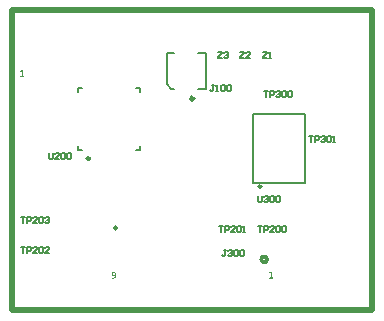
<source format=gto>
%FSLAX25Y25*%
%MOIN*%
G70*
G01*
G75*
%ADD10C,0.02000*%
%ADD11R,0.05118X0.04134*%
%ADD12R,0.02756X0.03150*%
%ADD13R,0.01000X0.01000*%
%ADD14R,0.01575X0.03347*%
%ADD15R,0.03937X0.04331*%
%ADD16C,0.05000*%
%ADD17R,0.03543X0.03543*%
%ADD18R,0.03937X0.03937*%
%ADD19R,0.11024X0.02756*%
%ADD20R,0.03937X0.07874*%
%ADD21R,0.03150X0.02362*%
%ADD22R,0.02362X0.03150*%
%ADD23R,0.01000X0.01000*%
%ADD24R,0.03150X0.02756*%
%ADD25R,0.01969X0.01969*%
%ADD26R,0.01969X0.03937*%
%ADD27R,0.02658X0.00984*%
%ADD28R,0.00984X0.02658*%
%ADD29R,0.05000X0.12500*%
%ADD30O,0.01181X0.02559*%
%ADD31O,0.02559X0.01181*%
%ADD32R,0.14961X0.14961*%
%ADD33C,0.04000*%
%ADD34C,0.01200*%
%ADD35C,0.00500*%
%ADD36C,0.01000*%
%ADD37C,0.00800*%
%ADD38R,0.04500X0.04000*%
%ADD39R,0.05000X0.04000*%
%ADD40R,0.03000X0.05000*%
%ADD41R,0.06000X0.03000*%
%ADD42R,0.09000X0.04000*%
%ADD43R,0.04000X0.01000*%
%ADD44R,0.01000X0.04000*%
%ADD45R,0.03543X0.02598*%
%ADD46C,0.12000*%
%ADD47C,0.06000*%
%ADD48C,0.01600*%
%ADD49C,0.02000*%
%ADD50C,0.02598*%
%ADD51C,0.10000*%
%ADD52C,0.08000*%
%ADD53C,0.00984*%
%ADD54C,0.00591*%
%ADD55C,0.00787*%
G36*
X33938Y12847D02*
X33961D01*
X33987Y12844D01*
X34046Y12830D01*
X34118Y12814D01*
X34191Y12785D01*
X34269Y12748D01*
X34305Y12722D01*
X34341Y12696D01*
X34345Y12693D01*
X34351Y12689D01*
X34361Y12679D01*
X34374Y12666D01*
X34391Y12650D01*
X34407Y12634D01*
X34427Y12611D01*
X34450Y12584D01*
X34473Y12552D01*
X34496Y12519D01*
X34519Y12483D01*
X34541Y12443D01*
X34587Y12355D01*
X34624Y12253D01*
Y12250D01*
X34627Y12240D01*
X34633Y12224D01*
X34637Y12204D01*
X34646Y12178D01*
X34653Y12145D01*
X34660Y12109D01*
X34669Y12069D01*
X34679Y12027D01*
X34686Y11978D01*
X34702Y11876D01*
X34712Y11768D01*
X34715Y11650D01*
Y11643D01*
Y11627D01*
X34712Y11597D01*
X34709Y11561D01*
X34702Y11515D01*
X34692Y11466D01*
X34679Y11407D01*
X34663Y11345D01*
X34643Y11276D01*
X34614Y11207D01*
X34581Y11138D01*
X34541Y11066D01*
X34492Y10994D01*
X34440Y10925D01*
X34374Y10859D01*
X34302Y10797D01*
X34299Y10793D01*
X34289Y10787D01*
X34269Y10774D01*
X34246Y10757D01*
X34217Y10741D01*
X34181Y10718D01*
X34141Y10698D01*
X34095Y10675D01*
X34046Y10652D01*
X33990Y10629D01*
X33935Y10607D01*
X33872Y10590D01*
X33810Y10574D01*
X33741Y10561D01*
X33676Y10554D01*
X33603Y10551D01*
X33567D01*
X33531Y10554D01*
X33485Y10561D01*
X33433Y10571D01*
X33377Y10587D01*
X33325Y10607D01*
X33279Y10633D01*
X33275Y10636D01*
X33266Y10643D01*
X33256Y10656D01*
X33243Y10672D01*
X33226Y10692D01*
X33216Y10718D01*
X33207Y10748D01*
X33203Y10780D01*
Y10784D01*
Y10793D01*
X33207Y10807D01*
X33210Y10823D01*
X33216Y10843D01*
X33223Y10866D01*
X33236Y10885D01*
X33253Y10905D01*
X33256Y10908D01*
X33262Y10915D01*
X33272Y10921D01*
X33285Y10931D01*
X33305Y10941D01*
X33325Y10951D01*
X33348Y10954D01*
X33374Y10958D01*
X33380D01*
X33400Y10954D01*
X33430Y10948D01*
X33466Y10931D01*
X33469D01*
X33479Y10925D01*
X33492Y10921D01*
X33508Y10915D01*
X33528Y10908D01*
X33554Y10905D01*
X33607Y10898D01*
X33633D01*
X33653Y10902D01*
X33676Y10905D01*
X33702Y10908D01*
X33731Y10915D01*
X33764Y10921D01*
X33840Y10941D01*
X33922Y10974D01*
X33964Y10994D01*
X34004Y11017D01*
X34046Y11046D01*
X34089Y11076D01*
X34092Y11079D01*
X34099Y11085D01*
X34109Y11095D01*
X34125Y11108D01*
X34141Y11125D01*
X34161Y11148D01*
X34184Y11171D01*
X34207Y11197D01*
X34256Y11263D01*
X34302Y11338D01*
X34338Y11423D01*
X34355Y11469D01*
X34368Y11515D01*
X34361Y11512D01*
X34345Y11495D01*
X34322Y11476D01*
X34289Y11453D01*
X34250Y11427D01*
X34210Y11400D01*
X34168Y11374D01*
X34125Y11354D01*
X34122Y11351D01*
X34105Y11348D01*
X34086Y11341D01*
X34056Y11331D01*
X34023Y11322D01*
X33984Y11315D01*
X33941Y11312D01*
X33899Y11309D01*
X33872D01*
X33853Y11312D01*
X33827Y11315D01*
X33797Y11322D01*
X33767Y11328D01*
X33731Y11338D01*
X33656Y11364D01*
X33613Y11381D01*
X33571Y11404D01*
X33531Y11430D01*
X33489Y11459D01*
X33446Y11492D01*
X33407Y11531D01*
X33403Y11535D01*
X33397Y11541D01*
X33387Y11554D01*
X33374Y11571D01*
X33357Y11594D01*
X33341Y11620D01*
X33321Y11650D01*
X33305Y11686D01*
X33285Y11722D01*
X33266Y11764D01*
X33249Y11810D01*
X33233Y11859D01*
X33220Y11912D01*
X33210Y11968D01*
X33203Y12024D01*
X33200Y12086D01*
Y12089D01*
Y12099D01*
Y12112D01*
X33203Y12128D01*
Y12151D01*
X33207Y12178D01*
X33213Y12211D01*
X33216Y12243D01*
X33236Y12315D01*
X33259Y12394D01*
X33295Y12476D01*
X33315Y12519D01*
X33341Y12558D01*
X33344Y12561D01*
X33351Y12571D01*
X33361Y12584D01*
X33377Y12604D01*
X33397Y12627D01*
X33423Y12650D01*
X33453Y12676D01*
X33485Y12706D01*
X33521Y12732D01*
X33564Y12758D01*
X33610Y12781D01*
X33659Y12804D01*
X33712Y12824D01*
X33767Y12837D01*
X33830Y12847D01*
X33895Y12850D01*
X33922D01*
X33938Y12847D01*
D02*
G37*
G36*
X86535Y10948D02*
X86905D01*
X86928Y10944D01*
X86958Y10941D01*
X86987Y10935D01*
X87017Y10928D01*
X87043Y10915D01*
X87066Y10898D01*
X87069Y10895D01*
X87076Y10889D01*
X87083Y10879D01*
X87096Y10866D01*
X87106Y10846D01*
X87112Y10823D01*
X87119Y10800D01*
X87122Y10771D01*
Y10767D01*
Y10757D01*
X87119Y10744D01*
X87115Y10725D01*
X87109Y10705D01*
X87099Y10685D01*
X87086Y10666D01*
X87066Y10646D01*
X87063Y10643D01*
X87056Y10639D01*
X87043Y10633D01*
X87024Y10623D01*
X87001Y10613D01*
X86968Y10607D01*
X86932Y10603D01*
X86886Y10600D01*
X85817D01*
X85794Y10603D01*
X85764Y10607D01*
X85705Y10620D01*
X85675Y10629D01*
X85653Y10646D01*
X85649Y10649D01*
X85646Y10656D01*
X85636Y10666D01*
X85626Y10682D01*
X85616Y10698D01*
X85610Y10721D01*
X85603Y10744D01*
X85600Y10774D01*
Y10777D01*
Y10787D01*
X85603Y10800D01*
X85607Y10820D01*
X85613Y10839D01*
X85623Y10859D01*
X85636Y10879D01*
X85653Y10898D01*
X85656Y10902D01*
X85662Y10905D01*
X85675Y10915D01*
X85695Y10925D01*
X85721Y10931D01*
X85751Y10941D01*
X85790Y10944D01*
X85836Y10948D01*
X86187D01*
Y12397D01*
X85875Y12315D01*
X85872D01*
X85862Y12312D01*
X85849Y12309D01*
X85833Y12306D01*
X85797Y12299D01*
X85780Y12296D01*
X85754D01*
X85741Y12299D01*
X85725Y12302D01*
X85708Y12309D01*
X85689Y12319D01*
X85669Y12332D01*
X85649Y12348D01*
X85646Y12352D01*
X85643Y12358D01*
X85636Y12368D01*
X85626Y12384D01*
X85616Y12404D01*
X85610Y12424D01*
X85607Y12450D01*
X85603Y12476D01*
Y12479D01*
Y12489D01*
X85607Y12499D01*
Y12516D01*
X85616Y12552D01*
X85636Y12584D01*
X85639Y12588D01*
X85643Y12591D01*
X85653Y12597D01*
X85669Y12607D01*
X85689Y12620D01*
X85715Y12630D01*
X85748Y12643D01*
X85787Y12657D01*
X86535Y12850D01*
Y10948D01*
D02*
G37*
G36*
X3535Y78248D02*
X3905D01*
X3928Y78244D01*
X3958Y78241D01*
X3987Y78235D01*
X4017Y78228D01*
X4043Y78215D01*
X4066Y78198D01*
X4069Y78195D01*
X4076Y78189D01*
X4083Y78179D01*
X4096Y78166D01*
X4106Y78146D01*
X4112Y78123D01*
X4119Y78100D01*
X4122Y78071D01*
Y78067D01*
Y78057D01*
X4119Y78044D01*
X4115Y78025D01*
X4109Y78005D01*
X4099Y77985D01*
X4086Y77966D01*
X4066Y77946D01*
X4063Y77943D01*
X4056Y77939D01*
X4043Y77933D01*
X4024Y77923D01*
X4001Y77913D01*
X3968Y77907D01*
X3932Y77903D01*
X3886Y77900D01*
X2816D01*
X2794Y77903D01*
X2764Y77907D01*
X2705Y77920D01*
X2675Y77930D01*
X2653Y77946D01*
X2649Y77949D01*
X2646Y77956D01*
X2636Y77966D01*
X2626Y77982D01*
X2616Y77998D01*
X2610Y78021D01*
X2603Y78044D01*
X2600Y78074D01*
Y78077D01*
Y78087D01*
X2603Y78100D01*
X2607Y78120D01*
X2613Y78139D01*
X2623Y78159D01*
X2636Y78179D01*
X2653Y78198D01*
X2656Y78202D01*
X2662Y78205D01*
X2675Y78215D01*
X2695Y78225D01*
X2721Y78231D01*
X2751Y78241D01*
X2790Y78244D01*
X2836Y78248D01*
X3187D01*
Y79697D01*
X2875Y79615D01*
X2872D01*
X2862Y79612D01*
X2849Y79609D01*
X2833Y79606D01*
X2797Y79599D01*
X2780Y79596D01*
X2754D01*
X2741Y79599D01*
X2725Y79602D01*
X2708Y79609D01*
X2689Y79619D01*
X2669Y79632D01*
X2649Y79648D01*
X2646Y79651D01*
X2643Y79658D01*
X2636Y79668D01*
X2626Y79684D01*
X2616Y79704D01*
X2610Y79724D01*
X2607Y79750D01*
X2603Y79776D01*
Y79779D01*
Y79789D01*
X2607Y79799D01*
Y79816D01*
X2616Y79852D01*
X2636Y79884D01*
X2639Y79888D01*
X2643Y79891D01*
X2653Y79897D01*
X2669Y79907D01*
X2689Y79921D01*
X2715Y79930D01*
X2748Y79943D01*
X2787Y79957D01*
X3535Y80150D01*
Y78248D01*
D02*
G37*
%LPC*%
G36*
X33902Y12502D02*
X33895D01*
X33879Y12499D01*
X33849Y12496D01*
X33817Y12489D01*
X33774Y12473D01*
X33735Y12453D01*
X33692Y12427D01*
X33649Y12388D01*
X33646Y12381D01*
X33633Y12368D01*
X33617Y12342D01*
X33600Y12309D01*
X33580Y12266D01*
X33564Y12214D01*
X33551Y12155D01*
X33548Y12089D01*
Y12086D01*
Y12079D01*
Y12069D01*
X33551Y12056D01*
X33554Y12020D01*
X33561Y11978D01*
X33574Y11928D01*
X33590Y11876D01*
X33617Y11823D01*
X33649Y11774D01*
X33653Y11768D01*
X33669Y11755D01*
X33689Y11738D01*
X33718Y11715D01*
X33754Y11692D01*
X33794Y11676D01*
X33840Y11663D01*
X33889Y11656D01*
X33899D01*
X33912Y11659D01*
X33928Y11663D01*
X33951Y11669D01*
X33974Y11679D01*
X34000Y11689D01*
X34030Y11705D01*
X34063Y11728D01*
X34099Y11755D01*
X34135Y11787D01*
X34171Y11827D01*
X34207Y11873D01*
X34243Y11925D01*
X34282Y11987D01*
X34319Y12060D01*
Y12063D01*
X34315Y12069D01*
X34312Y12083D01*
X34309Y12099D01*
X34302Y12119D01*
X34295Y12142D01*
X34276Y12191D01*
X34253Y12250D01*
X34223Y12306D01*
X34191Y12358D01*
X34151Y12401D01*
X34148Y12404D01*
X34132Y12417D01*
X34109Y12433D01*
X34079Y12453D01*
X34043Y12470D01*
X34000Y12486D01*
X33954Y12499D01*
X33902Y12502D01*
D02*
G37*
%LPD*%
D10*
X120000Y0D02*
Y100000D01*
X0D02*
X120000D01*
X0Y0D02*
Y100000D01*
Y0D02*
X120000D01*
D34*
X60500Y70600D02*
G03*
X60500Y70600I-500J0D01*
G01*
X85000Y17000D02*
G03*
X85000Y17000I-1000J0D01*
G01*
D35*
X52900Y73900D02*
X54000D01*
X62000D02*
X64500D01*
X51500Y85900D02*
X54000D01*
X62000D02*
X64500D01*
Y73900D02*
Y85900D01*
X51500Y75300D02*
X52900Y73900D01*
X51500Y75300D02*
Y85900D01*
X67333Y74999D02*
X66666D01*
X67000D01*
Y73333D01*
X66666Y73000D01*
X66333D01*
X66000Y73333D01*
X67999Y73000D02*
X68666D01*
X68333D01*
Y74999D01*
X67999Y74666D01*
X69665D02*
X69999Y74999D01*
X70665D01*
X70998Y74666D01*
Y73333D01*
X70665Y73000D01*
X69999D01*
X69665Y73333D01*
Y74666D01*
X71665D02*
X71998Y74999D01*
X72664D01*
X72998Y74666D01*
Y73333D01*
X72664Y73000D01*
X71998D01*
X71665Y73333D01*
Y74666D01*
X71333Y19999D02*
X70666D01*
X71000D01*
Y18333D01*
X70666Y18000D01*
X70333D01*
X70000Y18333D01*
X71999Y19666D02*
X72333Y19999D01*
X72999D01*
X73332Y19666D01*
Y19333D01*
X72999Y19000D01*
X72666D01*
X72999D01*
X73332Y18666D01*
Y18333D01*
X72999Y18000D01*
X72333D01*
X71999Y18333D01*
X73999Y19666D02*
X74332Y19999D01*
X74998D01*
X75332Y19666D01*
Y18333D01*
X74998Y18000D01*
X74332D01*
X73999Y18333D01*
Y19666D01*
X75998D02*
X76331Y19999D01*
X76998D01*
X77331Y19666D01*
Y18333D01*
X76998Y18000D01*
X76331D01*
X75998Y18333D01*
Y19666D01*
X82100Y38099D02*
Y36433D01*
X82433Y36100D01*
X83100D01*
X83433Y36433D01*
Y38099D01*
X84099Y37766D02*
X84433Y38099D01*
X85099D01*
X85432Y37766D01*
Y37433D01*
X85099Y37100D01*
X84766D01*
X85099D01*
X85432Y36766D01*
Y36433D01*
X85099Y36100D01*
X84433D01*
X84099Y36433D01*
X86099Y37766D02*
X86432Y38099D01*
X87098D01*
X87432Y37766D01*
Y36433D01*
X87098Y36100D01*
X86432D01*
X86099Y36433D01*
Y37766D01*
X88098D02*
X88431Y38099D01*
X89098D01*
X89431Y37766D01*
Y36433D01*
X89098Y36100D01*
X88431D01*
X88098Y36433D01*
Y37766D01*
X99000Y57999D02*
X100333D01*
X99666D01*
Y56000D01*
X100999D02*
Y57999D01*
X101999D01*
X102332Y57666D01*
Y57000D01*
X101999Y56666D01*
X100999D01*
X102999Y57666D02*
X103332Y57999D01*
X103998D01*
X104332Y57666D01*
Y57333D01*
X103998Y57000D01*
X103665D01*
X103998D01*
X104332Y56666D01*
Y56333D01*
X103998Y56000D01*
X103332D01*
X102999Y56333D01*
X104998Y57666D02*
X105331Y57999D01*
X105998D01*
X106331Y57666D01*
Y56333D01*
X105998Y56000D01*
X105331D01*
X104998Y56333D01*
Y57666D01*
X106997Y56000D02*
X107664D01*
X107331D01*
Y57999D01*
X106997Y57666D01*
X84000Y72999D02*
X85333D01*
X84666D01*
Y71000D01*
X85999D02*
Y72999D01*
X86999D01*
X87332Y72666D01*
Y72000D01*
X86999Y71666D01*
X85999D01*
X87999Y72666D02*
X88332Y72999D01*
X88998D01*
X89332Y72666D01*
Y72333D01*
X88998Y72000D01*
X88665D01*
X88998D01*
X89332Y71666D01*
Y71333D01*
X88998Y71000D01*
X88332D01*
X87999Y71333D01*
X89998Y72666D02*
X90331Y72999D01*
X90998D01*
X91331Y72666D01*
Y71333D01*
X90998Y71000D01*
X90331D01*
X89998Y71333D01*
Y72666D01*
X91997D02*
X92331Y72999D01*
X92997D01*
X93330Y72666D01*
Y71333D01*
X92997Y71000D01*
X92331D01*
X91997Y71333D01*
Y72666D01*
X12300Y52399D02*
Y50733D01*
X12633Y50400D01*
X13300D01*
X13633Y50733D01*
Y52399D01*
X15632Y50400D02*
X14299D01*
X15632Y51733D01*
Y52066D01*
X15299Y52399D01*
X14633D01*
X14299Y52066D01*
X16299D02*
X16632Y52399D01*
X17298D01*
X17632Y52066D01*
Y50733D01*
X17298Y50400D01*
X16632D01*
X16299Y50733D01*
Y52066D01*
X18298D02*
X18631Y52399D01*
X19298D01*
X19631Y52066D01*
Y50733D01*
X19298Y50400D01*
X18631D01*
X18298Y50733D01*
Y52066D01*
X83500Y85999D02*
X84833D01*
Y85666D01*
X83500Y84333D01*
Y84000D01*
X84833D01*
X85499D02*
X86166D01*
X85833D01*
Y85999D01*
X85499Y85666D01*
X76000Y85999D02*
X77333D01*
Y85666D01*
X76000Y84333D01*
Y84000D01*
X77333D01*
X79332D02*
X77999D01*
X79332Y85333D01*
Y85666D01*
X78999Y85999D01*
X78333D01*
X77999Y85666D01*
X68500Y85999D02*
X69833D01*
Y85666D01*
X68500Y84333D01*
Y84000D01*
X69833D01*
X70499Y85666D02*
X70833Y85999D01*
X71499D01*
X71832Y85666D01*
Y85333D01*
X71499Y85000D01*
X71166D01*
X71499D01*
X71832Y84666D01*
Y84333D01*
X71499Y84000D01*
X70833D01*
X70499Y84333D01*
X82000Y27999D02*
X83333D01*
X82666D01*
Y26000D01*
X83999D02*
Y27999D01*
X84999D01*
X85332Y27666D01*
Y27000D01*
X84999Y26666D01*
X83999D01*
X87332Y26000D02*
X85999D01*
X87332Y27333D01*
Y27666D01*
X86998Y27999D01*
X86332D01*
X85999Y27666D01*
X87998D02*
X88331Y27999D01*
X88998D01*
X89331Y27666D01*
Y26333D01*
X88998Y26000D01*
X88331D01*
X87998Y26333D01*
Y27666D01*
X89997D02*
X90331Y27999D01*
X90997D01*
X91330Y27666D01*
Y26333D01*
X90997Y26000D01*
X90331D01*
X89997Y26333D01*
Y27666D01*
X69000Y27999D02*
X70333D01*
X69666D01*
Y26000D01*
X70999D02*
Y27999D01*
X71999D01*
X72332Y27666D01*
Y27000D01*
X71999Y26666D01*
X70999D01*
X74332Y26000D02*
X72999D01*
X74332Y27333D01*
Y27666D01*
X73998Y27999D01*
X73332D01*
X72999Y27666D01*
X74998D02*
X75331Y27999D01*
X75998D01*
X76331Y27666D01*
Y26333D01*
X75998Y26000D01*
X75331D01*
X74998Y26333D01*
Y27666D01*
X76997Y26000D02*
X77664D01*
X77331D01*
Y27999D01*
X76997Y27666D01*
X3000Y20999D02*
X4333D01*
X3666D01*
Y19000D01*
X4999D02*
Y20999D01*
X5999D01*
X6332Y20666D01*
Y20000D01*
X5999Y19667D01*
X4999D01*
X8332Y19000D02*
X6999D01*
X8332Y20333D01*
Y20666D01*
X7998Y20999D01*
X7332D01*
X6999Y20666D01*
X8998D02*
X9331Y20999D01*
X9998D01*
X10331Y20666D01*
Y19333D01*
X9998Y19000D01*
X9331D01*
X8998Y19333D01*
Y20666D01*
X12330Y19000D02*
X10997D01*
X12330Y20333D01*
Y20666D01*
X11997Y20999D01*
X11331D01*
X10997Y20666D01*
X3000Y30999D02*
X4333D01*
X3666D01*
Y29000D01*
X4999D02*
Y30999D01*
X5999D01*
X6332Y30666D01*
Y30000D01*
X5999Y29666D01*
X4999D01*
X8332Y29000D02*
X6999D01*
X8332Y30333D01*
Y30666D01*
X7998Y30999D01*
X7332D01*
X6999Y30666D01*
X8998D02*
X9331Y30999D01*
X9998D01*
X10331Y30666D01*
Y29333D01*
X9998Y29000D01*
X9331D01*
X8998Y29333D01*
Y30666D01*
X10997D02*
X11331Y30999D01*
X11997D01*
X12330Y30666D01*
Y30333D01*
X11997Y30000D01*
X11664D01*
X11997D01*
X12330Y29666D01*
Y29333D01*
X11997Y29000D01*
X11331D01*
X10997Y29333D01*
D36*
X83012Y41205D02*
G03*
X83012Y41205I-409J0D01*
G01*
D53*
X34992Y27500D02*
G03*
X34992Y27500I-492J0D01*
G01*
X25902Y50611D02*
G03*
X25902Y50611I-492J0D01*
G01*
D54*
X97661Y42583D02*
Y65417D01*
X80339Y42583D02*
X97661D01*
X80339D02*
Y65417D01*
X97661D01*
D55*
X22064Y72855D02*
Y74036D01*
X23245D01*
X42536Y72855D02*
Y74036D01*
X41355D02*
X42536D01*
Y53564D02*
Y54745D01*
X41355Y53564D02*
X42536D01*
X22064D02*
Y54745D01*
Y53564D02*
X23245D01*
M02*

</source>
